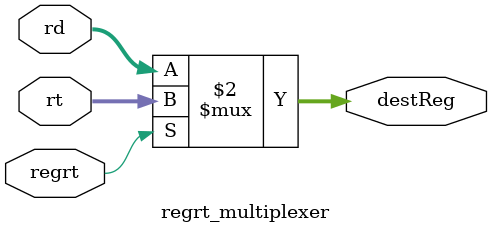
<source format=v>
`timescale 1ns / 1ps


module regrt_multiplexer(
    input wire [4:0] rt,
    input wire [4:0] rd,
    input wire regrt,
    output reg [4:0] destReg
    ); 
    always @(*) begin
        destReg <= regrt ? rt : rd;
    end
endmodule

</source>
